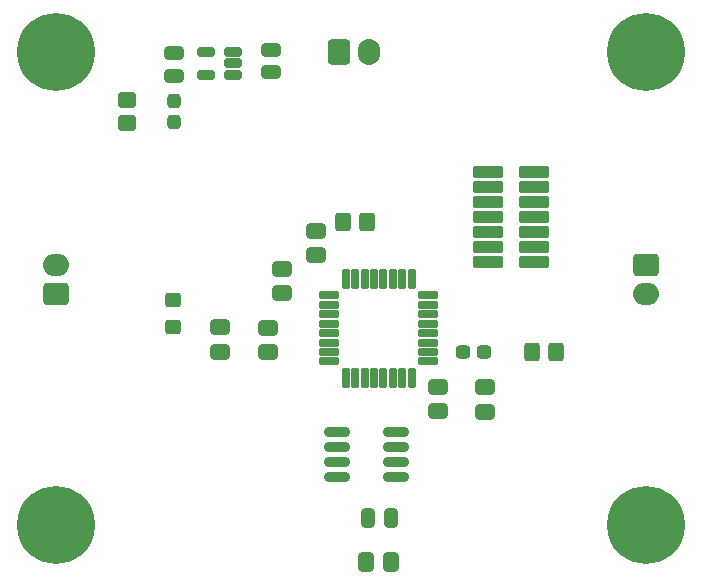
<source format=gbr>
%TF.GenerationSoftware,KiCad,Pcbnew,(6.0.11)*%
%TF.CreationDate,2023-02-16T17:01:17+01:00*%
%TF.ProjectId,uCKicad,75434b69-6361-4642-9e6b-696361645f70,rev?*%
%TF.SameCoordinates,Original*%
%TF.FileFunction,Soldermask,Top*%
%TF.FilePolarity,Negative*%
%FSLAX46Y46*%
G04 Gerber Fmt 4.6, Leading zero omitted, Abs format (unit mm)*
G04 Created by KiCad (PCBNEW (6.0.11)) date 2023-02-16 17:01:17*
%MOMM*%
%LPD*%
G01*
G04 APERTURE LIST*
G04 Aperture macros list*
%AMRoundRect*
0 Rectangle with rounded corners*
0 $1 Rounding radius*
0 $2 $3 $4 $5 $6 $7 $8 $9 X,Y pos of 4 corners*
0 Add a 4 corners polygon primitive as box body*
4,1,4,$2,$3,$4,$5,$6,$7,$8,$9,$2,$3,0*
0 Add four circle primitives for the rounded corners*
1,1,$1+$1,$2,$3*
1,1,$1+$1,$4,$5*
1,1,$1+$1,$6,$7*
1,1,$1+$1,$8,$9*
0 Add four rect primitives between the rounded corners*
20,1,$1+$1,$2,$3,$4,$5,0*
20,1,$1+$1,$4,$5,$6,$7,0*
20,1,$1+$1,$6,$7,$8,$9,0*
20,1,$1+$1,$8,$9,$2,$3,0*%
G04 Aperture macros list end*
%ADD10RoundRect,0.250000X0.825000X0.150000X-0.825000X0.150000X-0.825000X-0.150000X0.825000X-0.150000X0*%
%ADD11C,6.600000*%
%ADD12RoundRect,0.100000X1.200000X0.370000X-1.200000X0.370000X-1.200000X-0.370000X1.200000X-0.370000X0*%
%ADD13RoundRect,0.350000X0.337500X0.475000X-0.337500X0.475000X-0.337500X-0.475000X0.337500X-0.475000X0*%
%ADD14RoundRect,0.350000X-0.750000X0.600000X-0.750000X-0.600000X0.750000X-0.600000X0.750000X0.600000X0*%
%ADD15O,2.200000X1.900000*%
%ADD16RoundRect,0.350000X-0.475000X0.337500X-0.475000X-0.337500X0.475000X-0.337500X0.475000X0.337500X0*%
%ADD17RoundRect,0.225000X-0.625000X-0.125000X0.625000X-0.125000X0.625000X0.125000X-0.625000X0.125000X0*%
%ADD18RoundRect,0.225000X-0.125000X-0.625000X0.125000X-0.625000X0.125000X0.625000X-0.125000X0.625000X0*%
%ADD19RoundRect,0.337500X-0.287500X-0.237500X0.287500X-0.237500X0.287500X0.237500X-0.287500X0.237500X0*%
%ADD20RoundRect,0.350000X0.475000X-0.337500X0.475000X0.337500X-0.475000X0.337500X-0.475000X-0.337500X0*%
%ADD21RoundRect,0.250000X0.512500X0.150000X-0.512500X0.150000X-0.512500X-0.150000X0.512500X-0.150000X0*%
%ADD22RoundRect,0.350000X-0.600000X-0.750000X0.600000X-0.750000X0.600000X0.750000X-0.600000X0.750000X0*%
%ADD23O,1.900000X2.200000*%
%ADD24RoundRect,0.350000X-0.350000X0.275000X-0.350000X-0.275000X0.350000X-0.275000X0.350000X0.275000X0*%
%ADD25RoundRect,0.350000X-0.350000X-0.450000X0.350000X-0.450000X0.350000X0.450000X-0.350000X0.450000X0*%
%ADD26RoundRect,0.350000X0.750000X-0.600000X0.750000X0.600000X-0.750000X0.600000X-0.750000X-0.600000X0*%
%ADD27RoundRect,0.350000X0.250000X0.475000X-0.250000X0.475000X-0.250000X-0.475000X0.250000X-0.475000X0*%
%ADD28RoundRect,0.350000X0.475000X-0.250000X0.475000X0.250000X-0.475000X0.250000X-0.475000X-0.250000X0*%
%ADD29RoundRect,0.337500X0.237500X-0.287500X0.237500X0.287500X-0.237500X0.287500X-0.237500X-0.287500X0*%
%ADD30RoundRect,0.350000X0.450000X-0.350000X0.450000X0.350000X-0.450000X0.350000X-0.450000X-0.350000X0*%
%ADD31RoundRect,0.350000X0.350000X0.450000X-0.350000X0.450000X-0.350000X-0.450000X0.350000X-0.450000X0*%
G04 APERTURE END LIST*
D10*
%TO.C,U2*%
X118807000Y-115951000D03*
X118807000Y-114681000D03*
X118807000Y-113411000D03*
X118807000Y-112141000D03*
X113857000Y-112141000D03*
X113857000Y-113411000D03*
X113857000Y-114681000D03*
X113857000Y-115951000D03*
%TD*%
D11*
%TO.C,H1*%
X90000000Y-80000000D03*
%TD*%
D12*
%TO.C,J1*%
X130474000Y-97790000D03*
X126574000Y-97790000D03*
X130474000Y-96520000D03*
X126574000Y-96520000D03*
X130474000Y-95250000D03*
X126574000Y-95250000D03*
X130474000Y-93980000D03*
X126574000Y-93980000D03*
X130474000Y-92710000D03*
X126574000Y-92710000D03*
X130474000Y-91440000D03*
X126574000Y-91440000D03*
X130474000Y-90170000D03*
X126574000Y-90170000D03*
%TD*%
D13*
%TO.C,C9*%
X118385500Y-123181000D03*
X116310500Y-123181000D03*
%TD*%
D14*
%TO.C,J3*%
X140000000Y-98000000D03*
D15*
X140000000Y-100500000D03*
%TD*%
D16*
%TO.C,C7*%
X103950000Y-103265000D03*
X103950000Y-105340000D03*
%TD*%
D11*
%TO.C,H4*%
X140000000Y-80000000D03*
%TD*%
D17*
%TO.C,U3*%
X113173000Y-100578000D03*
X113173000Y-101378000D03*
X113173000Y-102178000D03*
X113173000Y-102978000D03*
X113173000Y-103778000D03*
X113173000Y-104578000D03*
X113173000Y-105378000D03*
X113173000Y-106178000D03*
D18*
X114548000Y-107553000D03*
X115348000Y-107553000D03*
X116148000Y-107553000D03*
X116948000Y-107553000D03*
X117748000Y-107553000D03*
X118548000Y-107553000D03*
X119348000Y-107553000D03*
X120148000Y-107553000D03*
D17*
X121523000Y-106178000D03*
X121523000Y-105378000D03*
X121523000Y-104578000D03*
X121523000Y-103778000D03*
X121523000Y-102978000D03*
X121523000Y-102178000D03*
X121523000Y-101378000D03*
X121523000Y-100578000D03*
D18*
X120148000Y-99203000D03*
X119348000Y-99203000D03*
X118548000Y-99203000D03*
X117748000Y-99203000D03*
X116948000Y-99203000D03*
X116148000Y-99203000D03*
X115348000Y-99203000D03*
X114548000Y-99203000D03*
%TD*%
D16*
%TO.C,C5*%
X107950000Y-103335000D03*
X107950000Y-105410000D03*
%TD*%
%TO.C,C1*%
X126348000Y-108340500D03*
X126348000Y-110415500D03*
%TD*%
D19*
%TO.C,D1*%
X124473000Y-105378000D03*
X126223000Y-105378000D03*
%TD*%
D20*
%TO.C,C3*%
X112076000Y-97173500D03*
X112076000Y-95098500D03*
%TD*%
D21*
%TO.C,U1*%
X105000000Y-81900000D03*
X105000000Y-80950000D03*
X105000000Y-80000000D03*
X102725000Y-80000000D03*
X102725000Y-81900000D03*
%TD*%
D22*
%TO.C,J4*%
X114000000Y-80000000D03*
D23*
X116500000Y-80000000D03*
%TD*%
D24*
%TO.C,L1*%
X99950000Y-100958000D03*
X99950000Y-103258000D03*
%TD*%
D16*
%TO.C,C2*%
X122348000Y-108303000D03*
X122348000Y-110378000D03*
%TD*%
D25*
%TO.C,R1*%
X130348000Y-105378000D03*
X132348000Y-105378000D03*
%TD*%
D26*
%TO.C,J2*%
X90000000Y-100500000D03*
D15*
X90000000Y-98000000D03*
%TD*%
D20*
%TO.C,C10*%
X109120500Y-100415500D03*
X109120500Y-98340500D03*
%TD*%
D11*
%TO.C,H2*%
X90000000Y-120000000D03*
%TD*%
D27*
%TO.C,C8*%
X118348000Y-119446000D03*
X116448000Y-119446000D03*
%TD*%
D28*
%TO.C,C11*%
X108265000Y-81688748D03*
X108265000Y-79788748D03*
%TD*%
D29*
%TO.C,D2*%
X100000000Y-85875000D03*
X100000000Y-84125000D03*
%TD*%
D30*
%TO.C,R2*%
X96000000Y-86000000D03*
X96000000Y-84000000D03*
%TD*%
D31*
%TO.C,R3*%
X116348000Y-94378000D03*
X114348000Y-94378000D03*
%TD*%
D11*
%TO.C,H3*%
X140000000Y-120000000D03*
%TD*%
D28*
%TO.C,C6*%
X100000000Y-82000000D03*
X100000000Y-80100000D03*
%TD*%
M02*

</source>
